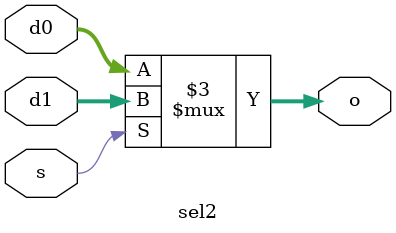
<source format=v>
module sel2(d0, d1, s, o);
	input [15:0] d0, d1;
	input s;
	output [15:0] o;
	reg [15:0] o;
	always @(*) begin
		if(s) o = d1;
		else o = d0;
	end
endmodule

</source>
